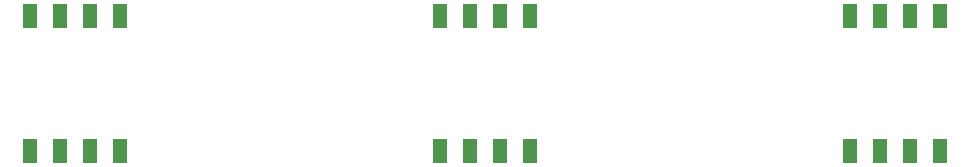
<source format=gbr>
G04 #@! TF.GenerationSoftware,KiCad,Pcbnew,(5.1.4)-1*
G04 #@! TF.CreationDate,2020-01-28T11:55:59-05:00*
G04 #@! TF.ProjectId,PDC1920,50444331-3932-4302-9e6b-696361645f70,rev?*
G04 #@! TF.SameCoordinates,Original*
G04 #@! TF.FileFunction,Paste,Top*
G04 #@! TF.FilePolarity,Positive*
%FSLAX46Y46*%
G04 Gerber Fmt 4.6, Leading zero omitted, Abs format (unit mm)*
G04 Created by KiCad (PCBNEW (5.1.4)-1) date 2020-01-28 11:55:59*
%MOMM*%
%LPD*%
G04 APERTURE LIST*
%ADD10R,1.143000X2.032000*%
G04 APERTURE END LIST*
D10*
X130120200Y-99493000D03*
X132660200Y-99493000D03*
X135200200Y-99493000D03*
X137740200Y-99493000D03*
X130120200Y-88033000D03*
X132660200Y-88033000D03*
X135200200Y-88033000D03*
X137740200Y-88033000D03*
X95399000Y-99493000D03*
X97939000Y-99493000D03*
X100479000Y-99493000D03*
X103019000Y-99493000D03*
X95399000Y-88033000D03*
X97939000Y-88033000D03*
X100479000Y-88033000D03*
X103019000Y-88033000D03*
X60685680Y-99493000D03*
X63225680Y-99493000D03*
X65765680Y-99493000D03*
X68305680Y-99493000D03*
X60685680Y-88033000D03*
X63225680Y-88033000D03*
X65765680Y-88033000D03*
X68305680Y-88033000D03*
M02*

</source>
